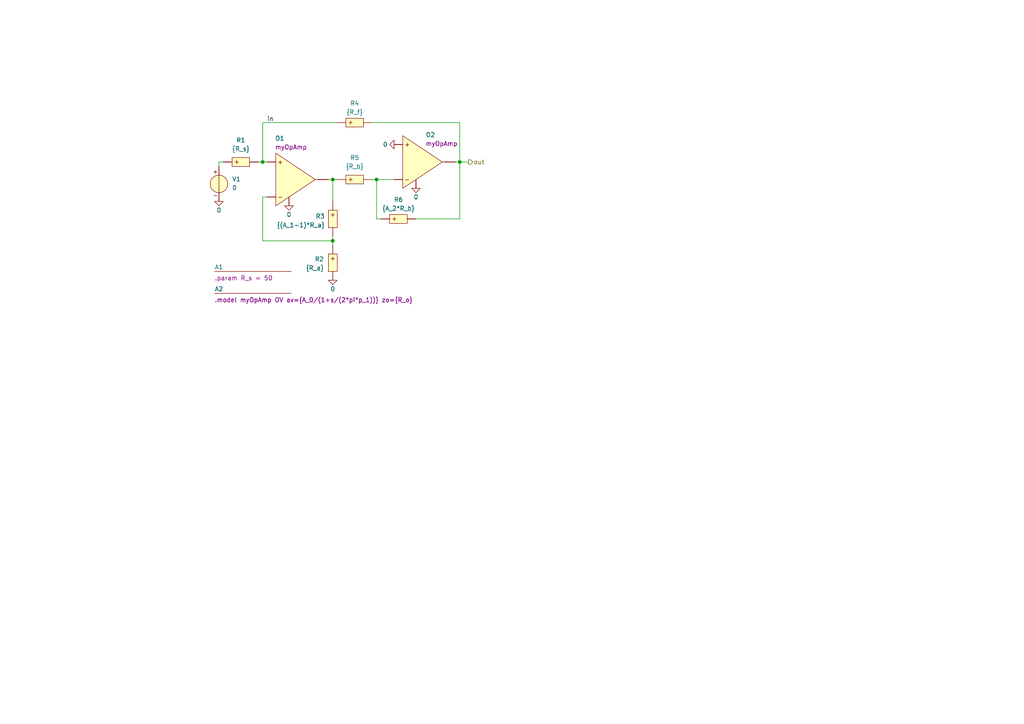
<source format=kicad_sch>
(kicad_sch (version 20250114) (generator "eeschema") (generator_version "9.0")
  (paper "A4")
  (title_block (title "Low-noise voltage amplifier"))
  (lib_symbols
    (symbol "SLiCAP:Command" (pin_numbers (hide yes)) (pin_names (offset 0) (hide yes))
      (property "Reference" "A?" (at 0 1.27 0))
      (property "command" "?" (at 0 -1.905 0))
      (symbol "Command_0_1"
        (polyline (pts (xy 0 0) (xy 22.225 0)))
      )
    )
    (symbol "SLiCAP:GND" (power) (pin_numbers (hide yes)) (pin_names (offset 0) (hide yes))
      (property "Value" "0" (at 0 -2.54 0))
      (symbol "GND_0_1"
        (polyline (pts (xy -1.27 0) (xy 0 -1.27) (xy 1.27 0) (xy -1.27 0)))
      )
      (symbol "GND_1_1"
        (pin power_in line (at 0 0 0) (length 0) (name "~") (number "1"))
      )
    )
    (symbol "SLiCAP:O" (pin_numbers (hide yes)) (pin_names (offset 0) (hide yes))
      (property "Reference" "O?" (at 0.635 6.985 0))
      (property "model" "?" (at 0.635 5.08 0) (show_name))
      (symbol "O_0_1"
        (polyline (pts (xy 6.35 0) (xy 7.62 0)))
        (polyline (pts (xy 7.62 0) (xy 6.985 0)))
      )
      (symbol "O_1_0"
        (pin power_out line (at -1.27 -7.62 90) (length 2.54) (name "outN") (number "4"))
        (pin power_out line (at 10.16 0 180) (length 2.54) (name "outP") (number "3"))
      )
      (symbol "O_1_1"
        (polyline (pts (xy 6.35 0) (xy -5.08 7.62) (xy -5.08 -7.62) (xy 6.35 0)) (fill (type background)))
        (text "+" (at -3.81 5.08 0) (effects (font (size 1.27 1.27))))
        (text "-" (at -3.81 -5.08 0) (effects (font (size 1.27 1.27))))
        (pin input line (at -7.62 5.08 0) (length 2.54) (name "inp") (number "1"))
        (pin input line (at -7.62 -5.08 0) (length 2.54) (name "inN") (number "2"))
      )
    )
    (symbol "SLiCAP:R" (pin_numbers (hide yes)) (pin_names (offset 1.016) (hide yes))
      (property "Reference" "R?" (at 1.905 3.81 0))
      (property "Value" "?" (at 1.905 1.905 0) (show_name))
      (property "noisetemp" "0" (at 1.905 0 0) (show_name))
      (property "noiseflow" "0" (at 15.24 0 0) (show_name))
      (property "dcvar" "0" (at 1.905 -1.905 0) (show_name))
      (property "dcvarlot" "0" (at 15.24 -1.905 0) (show_name))
      (symbol "R_0_0"
        (text "+" (at 0 1.27 0) (effects (font (size 1.27 1.27))))
      )
      (symbol "R_1_0"
        (pin passive line (at 0 5.08 270) (length 2.54) (name "1") (number "1"))
        (pin passive line (at 0 -5.08 90) (length 2.54) (name "2") (number "2"))
      )
      (symbol "R_1_1"
        (rectangle (start -1.27 2.54) (end 1.27 -2.54) (fill (type background)))
      )
    )
    (symbol "SLiCAP:V" (pin_numbers (hide yes)) (pin_names (offset 0) (hide yes))
      (property "Reference" "V?" (at 3.175 4.445 0))
      (property "Value" "?" (at 3.175 2.54 0) (show_name))
      (property "noise" "0" (at 3.175 -3.175 0) (show_name))
      (property "dc" "0" (at 3.175 0.635 0) (show_name))
      (property "dcvar" "0" (at 3.175 -1.27 0) (show_name))
      (symbol "V_0_0"
        (text "+" (at -1.016 3.556 0) (effects (font (size 1.27 1.27))))
        (text "-" (at -1.016 -3.302 0) (effects (font (size 1.27 1.27))))
        (pin power_out line (at 0 5.08 270) (length 2.54) (name "p") (number "1"))
        (pin power_out line (at 0 -5.08 90) (length 2.54) (name "n") (number "2"))
      )
      (symbol "V_0_1"
        (polyline (pts (xy 0 2.54) (xy 0 -2.54)))
      )
      (symbol "V_1_0"
        (circle (center 0 0) (radius 2.54) (fill (type background)))
      )
    )
  )
  (junction (at 96.52 69.85))
  (junction (at 109.22 52.07))
  (junction (at 133.35 46.99))
  (junction (at 76.2 46.99))
  (junction (at 96.52 52.07))
  (wire (pts (xy 76.2 35.56) (xy 76.2 46.99)))
  (wire (pts (xy 63.5 46.99) (xy 63.5 48.26)))
  (wire (pts (xy 133.35 46.99) (xy 135.89 46.99)))
  (wire (pts (xy 96.52 52.07) (xy 97.79 52.07)))
  (wire (pts (xy 76.2 46.99) (xy 77.47 46.99)))
  (wire (pts (xy 64.77 46.99) (xy 63.5 46.99)))
  (wire (pts (xy 96.52 52.07) (xy 96.52 58.42)))
  (wire (pts (xy 120.65 63.5) (xy 133.35 63.5)))
  (wire (pts (xy 76.2 57.15) (xy 77.47 57.15)))
  (wire (pts (xy 76.2 57.15) (xy 76.2 69.85)))
  (wire (pts (xy 133.35 46.99) (xy 133.35 63.5)))
  (wire (pts (xy 109.22 52.07) (xy 107.95 52.07)))
  (wire (pts (xy 109.22 52.07) (xy 114.3 52.07)))
  (wire (pts (xy 96.52 71.12) (xy 96.52 69.85)))
  (wire (pts (xy 132.08 46.99) (xy 133.35 46.99)))
  (wire (pts (xy 107.95 35.56) (xy 133.35 35.56)))
  (wire (pts (xy 95.25 52.07) (xy 96.52 52.07)))
  (wire (pts (xy 96.52 68.58) (xy 96.52 69.85)))
  (wire (pts (xy 76.2 35.56) (xy 97.79 35.56)))
  (wire (pts (xy 76.2 69.85) (xy 96.52 69.85)))
  (wire (pts (xy 74.93 46.99) (xy 76.2 46.99)))
  (wire (pts (xy 109.22 52.07) (xy 109.22 63.5)))
  (wire (pts (xy 109.22 63.5) (xy 110.49 63.5)))
  (wire (pts (xy 133.35 35.56) (xy 133.35 46.99)))
  (label "in" (at 77.47 35.56 0))
  (hierarchical_label "out" (shape output) (at 135.89 46.99 0))
  (symbol (lib_id "SLiCAP:GND") (at 120.65 54.61 0) (unit 1)
    (property "Reference" "#03" (effects (hide yes)))
    (property "Value" "0" (at 120.65 57.15 0))
    (property "Description" "0V reference potential" (effects (hide yes)))
  )
  (symbol (lib_id "SLiCAP:V") (at 63.5 53.34 0) (unit 1)
    (property "Reference" "V1" (at 67.31 51.9429 0) (effects (justify left)))
    (property "Value" "0" (at 67.31 54.4829 0) (effects (justify left)))
    (property "Description" "Independent voltage source" (effects (hide yes)))
    (property "noise" "0" (effects (hide yes)))
    (property "dc" "0" (effects (hide yes)))
    (property "dcvar" "0" (effects (hide yes)))
    (property "model" "V" (effects (hide yes)))
  )
  (symbol (lib_id "SLiCAP:R") (at 102.87 52.07 90) (unit 1)
    (property "Reference" "R5" (at 102.87 45.72 90))
    (property "Value" "{R_b}" (at 102.87 48.26 90))
    (property "Description" "Resistor (cannot have zero resistance)" (effects (hide yes)))
    (property "model" "R" (effects (hide yes)))
    (property "noisetemp" "0" (effects (hide yes)))
    (property "noiseflow" "0" (effects (hide yes)))
    (property "dcvar" "0" (effects (hide yes)))
    (property "dcvarlot" "0" (effects (hide yes)))
  )
  (symbol (lib_id "SLiCAP:R") (at 96.52 76.2 0) (mirror y) (unit 1)
    (property "Reference" "R2" (at 93.98 75.184 0) (effects (justify left)))
    (property "Value" "{R_a}" (at 93.98 77.724 0) (effects (justify left)))
    (property "Description" "Resistor (cannot have zero resistance)" (effects (hide yes)))
    (property "model" "R" (effects (hide yes)))
    (property "noisetemp" "0" (effects (hide yes)))
    (property "noiseflow" "0" (effects (hide yes)))
    (property "dcvar" "0" (effects (hide yes)))
    (property "dcvarlot" "0" (effects (hide yes)))
  )
  (symbol (lib_id "SLiCAP:R") (at 69.85 46.99 90) (unit 1)
    (property "Reference" "R1" (at 69.85 40.64 90))
    (property "Value" "{R_s}" (at 69.85 43.18 90))
    (property "Description" "Resistor (cannot have zero resistance)" (effects (hide yes)))
    (property "model" "R" (effects (hide yes)))
    (property "noisetemp" "0" (effects (hide yes)))
    (property "noiseflow" "0" (effects (hide yes)))
    (property "dcvar" "0" (effects (hide yes)))
    (property "dcvarlot" "0" (effects (hide yes)))
  )
  (symbol (lib_id "SLiCAP:GND") (at 63.5 58.42 0) (unit 1)
    (property "Reference" "#01" (effects (hide yes)))
    (property "Value" "0" (at 63.5 60.96 0))
    (property "Description" "0V reference potential" (effects (hide yes)))
  )
  (symbol (lib_id "SLiCAP:GND") (at 83.82 59.69 0) (unit 1)
    (property "Reference" "#02" (effects (hide yes)))
    (property "Value" "0" (at 83.82 62.23 0))
    (property "Description" "0V reference potential" (effects (hide yes)))
  )
  (symbol (lib_id "SLiCAP:Command") (at 62.23 78.74 0) (unit 1)
    (property "Reference" "A1" (at 62.23 77.47 0) (effects (justify left)))
    (property "Description" "SLiCAP command (.lib, .param, .model. subckt}" (effects (hide yes)))
    (property "command" ".param R_s = 50" (at 62.23 80.645 0) (effects (justify left)))
  )
  (symbol (lib_id "SLiCAP:O") (at 85.09 52.07 0) (unit 1)
    (property "Reference" "O1" (at 79.756 40.132 0) (effects (justify left)))
    (property "Description" "Operational amplifier" (effects (hide yes)))
    (property "model" "myOpAmp" (at 79.756 42.672 0) (effects (justify left)))
  )
  (symbol (lib_id "SLiCAP:R") (at 102.87 35.56 90) (unit 1)
    (property "Reference" "R4" (at 102.87 29.972 90))
    (property "Value" "{R_f}" (at 102.87 32.512 90))
    (property "Description" "Resistor (cannot have zero resistance)" (effects (hide yes)))
    (property "model" "R" (effects (hide yes)))
    (property "noisetemp" "0" (effects (hide yes)))
    (property "noiseflow" "0" (effects (hide yes)))
    (property "dcvar" "0" (effects (hide yes)))
    (property "dcvarlot" "0" (effects (hide yes)))
  )
  (symbol (lib_id "SLiCAP:GND") (at 114.3 41.91 270) (unit 1)
    (property "Reference" "#05" (effects (hide yes)))
    (property "Value" "0" (at 111.76 41.91 90))
    (property "Description" "0V reference potential" (effects (hide yes)))
  )
  (symbol (lib_id "SLiCAP:O") (at 121.92 46.99 0) (unit 1)
    (property "Reference" "O2" (at 123.444 39.116 0) (effects (justify left)))
    (property "Description" "Operational amplifier" (effects (hide yes)))
    (property "model" "myOpAmp" (at 123.444 41.656 0) (effects (justify left)))
  )
  (symbol (lib_id "SLiCAP:GND") (at 96.52 81.28 0) (unit 1)
    (property "Reference" "#04" (effects (hide yes)))
    (property "Value" "0" (at 96.52 83.82 0))
    (property "Description" "0V reference potential" (effects (hide yes)))
  )
  (symbol (lib_id "SLiCAP:Command") (at 62.23 85.09 0) (unit 1)
    (property "Reference" "A2" (at 62.23 83.82 0) (effects (justify left)))
    (property "Description" "SLiCAP command (.lib, .param, .model. subckt}" (effects (hide yes)))
    (property "command" ".model myOpAmp OV av={A_0/(1+s/(2*pi*p_1))} zo={R_o}" (at 62.23 86.995 0) (effects (justify left)))
  )
  (symbol (lib_id "SLiCAP:R") (at 96.52 63.5 0) (mirror y) (unit 1)
    (property "Reference" "R3" (at 94.234 62.738 0) (effects (justify left)))
    (property "Value" "{(A_1-1)*R_a}" (at 94.234 65.278 0) (effects (justify left)))
    (property "Description" "Resistor (cannot have zero resistance)" (effects (hide yes)))
    (property "model" "R" (effects (hide yes)))
    (property "noisetemp" "0" (effects (hide yes)))
    (property "noiseflow" "0" (effects (hide yes)))
    (property "dcvar" "0" (effects (hide yes)))
    (property "dcvarlot" "0" (effects (hide yes)))
  )
  (symbol (lib_id "SLiCAP:R") (at 115.57 63.5 90) (unit 1)
    (property "Reference" "R6" (at 115.57 57.912 90))
    (property "Value" "{A_2*R_b}" (at 115.57 60.452 90))
    (property "Description" "Resistor (cannot have zero resistance)" (effects (hide yes)))
    (property "model" "R" (effects (hide yes)))
    (property "noisetemp" "0" (effects (hide yes)))
    (property "noiseflow" "0" (effects (hide yes)))
    (property "dcvar" "0" (effects (hide yes)))
    (property "dcvarlot" "0" (effects (hide yes)))
  )
)
</source>
